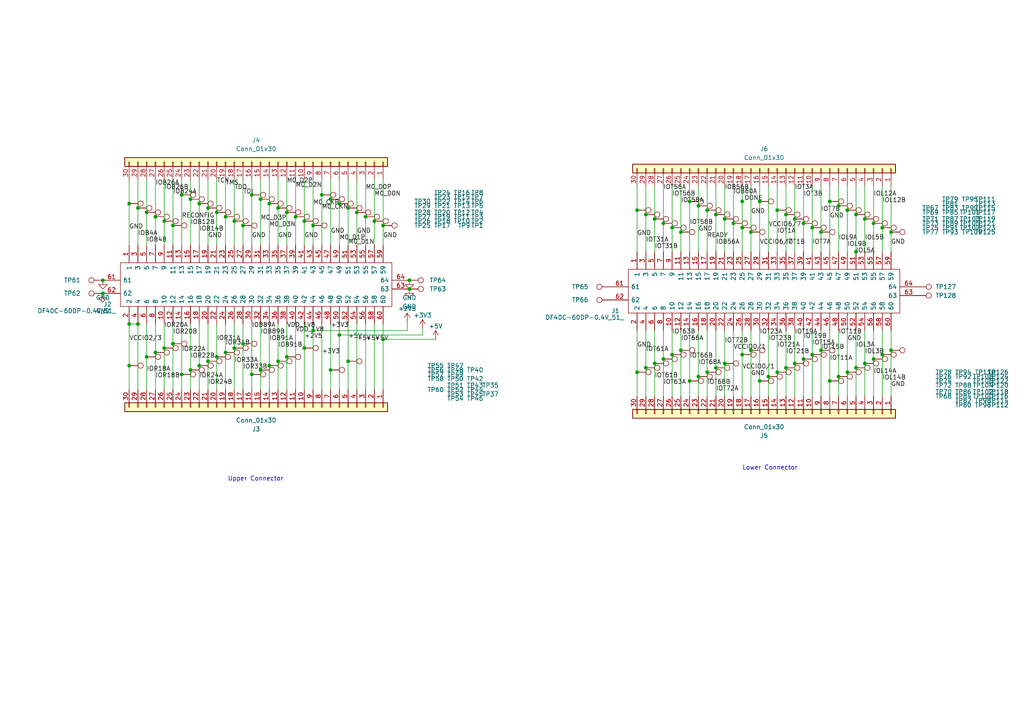
<source format=kicad_sch>
(kicad_sch (version 20230121) (generator eeschema)
  (paper "A4")
  (junction (at 37.465 106.045))
  (junction (at 98.425 59.055))
  (junction (at 73.025 108.585))
  (junction (at 42.545 103.505))
  (junction (at 67.945 100.965))
  (junction (at 70.485 99.695))
  (junction (at 250.825 63.5))
  (junction (at 78.105 59.055))
  (junction (at 192.405 104.14))
  (junction (at 65.405 102.235))
  (junction (at 57.785 106.045))
  (junction (at 230.505 105.41))
  (junction (at 255.905 102.87))
  (junction (at 37.465 59.055))
  (junction (at 227.965 62.23))
  (junction (at 95.885 107.315))
  (junction (at 220.345 110.49))
  (junction (at 240.665 110.49))
  (junction (at 192.405 64.77))
  (junction (at 42.545 61.595))
  (junction (at 189.865 63.5))
  (junction (at 80.645 104.775))
  (junction (at 210.185 105.41))
  (junction (at 233.045 64.77))
  (junction (at 197.485 67.31))
  (junction (at 62.865 61.595))
  (junction (at 248.285 73.025))
  (junction (at 108.585 64.135))
  (junction (at 50.165 65.405))
  (junction (at 78.105 106.045))
  (junction (at 57.785 59.055))
  (junction (at 197.485 101.6))
  (junction (at 75.565 57.785))
  (junction (at 106.045 62.865))
  (junction (at 50.165 99.695))
  (junction (at 55.245 57.785))
  (junction (at 215.265 66.04))
  (junction (at 222.885 109.22))
  (junction (at 93.345 56.515))
  (junction (at 73.025 56.515))
  (junction (at 205.105 60.96))
  (junction (at 67.945 64.135))
  (junction (at 194.945 66.04))
  (junction (at 245.745 107.95))
  (junction (at 217.805 101.6))
  (junction (at 227.965 106.68))
  (junction (at 184.785 107.95))
  (junction (at 85.725 62.865))
  (junction (at 29.845 85.09))
  (junction (at 52.705 108.585))
  (junction (at 210.185 63.5))
  (junction (at 230.505 63.5))
  (junction (at 60.325 104.775))
  (junction (at 243.205 59.69))
  (junction (at 70.485 65.405))
  (junction (at 207.645 106.68))
  (junction (at 29.845 81.28))
  (junction (at 189.865 105.41))
  (junction (at 100.965 104.775))
  (junction (at 45.085 102.235))
  (junction (at 187.325 62.23))
  (junction (at 245.745 60.96))
  (junction (at 47.625 100.965))
  (junction (at 212.725 64.77))
  (junction (at 90.805 65.405))
  (junction (at 88.265 100.965))
  (junction (at 240.665 58.42))
  (junction (at 200.025 110.49))
  (junction (at 238.125 67.31))
  (junction (at 111.125 65.405))
  (junction (at 95.885 57.785))
  (junction (at 217.805 67.31))
  (junction (at 98.425 97.155))
  (junction (at 194.945 102.87))
  (junction (at 37.465 93.98))
  (junction (at 258.445 67.31))
  (junction (at 83.185 103.505))
  (junction (at 248.285 106.68))
  (junction (at 225.425 107.95))
  (junction (at 225.425 60.96))
  (junction (at 215.265 102.87))
  (junction (at 45.085 62.865))
  (junction (at 235.585 66.04))
  (junction (at 253.365 64.77))
  (junction (at 200.025 58.42))
  (junction (at 258.445 101.6))
  (junction (at 100.965 60.325))
  (junction (at 248.285 62.23))
  (junction (at 255.905 66.04))
  (junction (at 207.645 62.23))
  (junction (at 103.505 61.595))
  (junction (at 52.705 56.515))
  (junction (at 220.345 58.42))
  (junction (at 238.125 101.6))
  (junction (at 90.805 95.885))
  (junction (at 235.585 102.87))
  (junction (at 184.785 60.96))
  (junction (at 187.325 106.68))
  (junction (at 233.045 104.14))
  (junction (at 47.625 64.135))
  (junction (at 40.005 93.98))
  (junction (at 62.865 103.505))
  (junction (at 65.405 62.865))
  (junction (at 205.105 107.95))
  (junction (at 80.645 60.325))
  (junction (at 60.325 60.325))
  (junction (at 83.185 61.595))
  (junction (at 55.245 107.315))
  (junction (at 243.205 109.22))
  (junction (at 75.565 107.315))
  (junction (at 118.745 81.28))
  (junction (at 250.825 105.41))
  (junction (at 215.265 58.42))
  (junction (at 202.565 109.22))
  (junction (at 40.005 60.325))
  (junction (at 88.265 64.135))
  (junction (at 253.365 104.14))
  (junction (at 202.565 59.69))
  (junction (at 118.745 83.82))
  (junction (at 111.125 98.425))
  (wire (pts (xy 100.965 60.325) (xy 100.965 71.12)))
  (wire (pts (xy 88.265 52.07) (xy 88.265 64.135)))
  (wire (pts (xy 62.865 71.12) (xy 62.865 61.595)))
  (wire (pts (xy 55.245 113.03) (xy 55.245 107.315)))
  (wire (pts (xy 65.405 52.07) (xy 65.405 62.865)))
  (wire (pts (xy 194.945 114.935) (xy 194.945 102.87)))
  (wire (pts (xy 83.185 93.98) (xy 83.185 103.505)))
  (wire (pts (xy 98.425 97.155) (xy 98.425 113.03)))
  (wire (pts (xy 118.11 95.885) (xy 118.11 93.345)))
  (wire (pts (xy 47.625 113.03) (xy 47.625 100.965)))
  (wire (pts (xy 83.185 113.03) (xy 83.185 103.505)))
  (wire (pts (xy 227.965 95.885) (xy 227.965 106.68)))
  (wire (pts (xy 243.205 95.885) (xy 243.205 109.22)))
  (wire (pts (xy 189.865 73.025) (xy 189.865 63.5)))
  (wire (pts (xy 98.425 52.07) (xy 98.425 59.055)))
  (wire (pts (xy 245.745 53.975) (xy 245.745 60.96)))
  (wire (pts (xy 230.505 114.935) (xy 230.505 105.41)))
  (wire (pts (xy 255.905 53.975) (xy 255.905 66.04)))
  (wire (pts (xy 235.585 53.975) (xy 235.585 66.04)))
  (wire (pts (xy 65.405 93.98) (xy 65.405 102.235)))
  (wire (pts (xy 222.885 114.935) (xy 222.885 109.22)))
  (wire (pts (xy 187.325 95.885) (xy 187.325 106.68)))
  (wire (pts (xy 90.805 52.07) (xy 90.805 65.405)))
  (wire (pts (xy 60.325 52.07) (xy 60.325 60.325)))
  (wire (pts (xy 103.505 52.07) (xy 103.505 61.595)))
  (wire (pts (xy 200.025 53.975) (xy 200.025 58.42)))
  (wire (pts (xy 194.945 73.025) (xy 194.945 66.04)))
  (wire (pts (xy 60.325 60.325) (xy 60.325 71.12)))
  (wire (pts (xy 75.565 52.07) (xy 75.565 57.785)))
  (wire (pts (xy 95.885 113.03) (xy 95.885 107.315)))
  (wire (pts (xy 67.945 113.03) (xy 67.945 100.965)))
  (wire (pts (xy 200.025 114.935) (xy 200.025 110.49)))
  (wire (pts (xy 42.545 52.07) (xy 42.545 61.595)))
  (wire (pts (xy 55.245 52.07) (xy 55.245 57.785)))
  (wire (pts (xy 197.485 73.025) (xy 197.485 67.31)))
  (wire (pts (xy 88.265 64.135) (xy 88.265 71.12)))
  (wire (pts (xy 225.425 53.975) (xy 225.425 60.96)))
  (wire (pts (xy 253.365 53.975) (xy 253.365 64.77)))
  (wire (pts (xy 83.185 52.07) (xy 83.185 61.595)))
  (wire (pts (xy 235.585 95.885) (xy 235.585 102.87)))
  (wire (pts (xy 220.345 53.975) (xy 220.345 58.42)))
  (wire (pts (xy 93.345 93.98) (xy 93.345 113.03)))
  (wire (pts (xy 220.345 58.42) (xy 220.345 73.025)))
  (wire (pts (xy 45.085 71.12) (xy 45.085 62.865)))
  (wire (pts (xy 85.725 52.07) (xy 85.725 62.865)))
  (wire (pts (xy 42.545 93.98) (xy 42.545 103.505)))
  (wire (pts (xy 57.785 52.07) (xy 57.785 59.055)))
  (wire (pts (xy 245.745 95.885) (xy 245.745 107.95)))
  (wire (pts (xy 187.325 53.975) (xy 187.325 62.23)))
  (wire (pts (xy 93.345 52.07) (xy 93.345 56.515)))
  (wire (pts (xy 106.045 93.98) (xy 106.045 113.03)))
  (wire (pts (xy 60.325 113.03) (xy 60.325 104.775)))
  (wire (pts (xy 78.105 113.03) (xy 78.105 106.045)))
  (wire (pts (xy 55.245 93.98) (xy 55.245 107.315)))
  (wire (pts (xy 40.005 93.98) (xy 40.005 113.03)))
  (wire (pts (xy 73.025 113.03) (xy 73.025 108.585)))
  (wire (pts (xy 194.945 95.885) (xy 194.945 102.87)))
  (wire (pts (xy 184.785 114.935) (xy 184.785 107.95)))
  (wire (pts (xy 238.125 73.025) (xy 238.125 67.31)))
  (wire (pts (xy 50.165 52.07) (xy 50.165 65.405)))
  (wire (pts (xy 210.185 95.885) (xy 210.185 105.41)))
  (wire (pts (xy 90.805 71.12) (xy 90.805 65.405)))
  (wire (pts (xy 189.865 114.935) (xy 189.865 105.41)))
  (wire (pts (xy 85.725 93.98) (xy 85.725 113.03)))
  (wire (pts (xy 37.465 93.98) (xy 40.005 93.98)))
  (wire (pts (xy 93.345 56.515) (xy 93.345 71.12)))
  (wire (pts (xy 192.405 73.025) (xy 192.405 64.77)))
  (wire (pts (xy 108.585 93.98) (xy 108.585 113.03)))
  (wire (pts (xy 235.585 66.04) (xy 235.585 73.025)))
  (wire (pts (xy 215.265 73.025) (xy 215.265 66.04)))
  (wire (pts (xy 80.645 113.03) (xy 80.645 104.775)))
  (wire (pts (xy 187.325 62.23) (xy 187.325 73.025)))
  (wire (pts (xy 98.425 93.98) (xy 98.425 97.155)))
  (wire (pts (xy 78.105 93.98) (xy 78.105 106.045)))
  (wire (pts (xy 106.045 52.07) (xy 106.045 62.865)))
  (wire (pts (xy 250.825 114.935) (xy 250.825 105.41)))
  (wire (pts (xy 217.805 73.025) (xy 217.805 67.31)))
  (wire (pts (xy 65.405 71.12) (xy 65.405 62.865)))
  (wire (pts (xy 240.665 114.935) (xy 240.665 110.49)))
  (wire (pts (xy 57.785 93.98) (xy 57.785 106.045)))
  (wire (pts (xy 37.465 59.055) (xy 37.465 71.12)))
  (wire (pts (xy 47.625 93.98) (xy 47.625 100.965)))
  (wire (pts (xy 250.825 95.885) (xy 250.825 105.41)))
  (wire (pts (xy 245.745 60.96) (xy 245.745 73.025)))
  (wire (pts (xy 55.245 57.785) (xy 55.245 71.12)))
  (wire (pts (xy 217.805 114.935) (xy 217.805 101.6)))
  (wire (pts (xy 248.285 62.23) (xy 248.285 73.025)))
  (wire (pts (xy 62.865 113.03) (xy 62.865 103.505)))
  (wire (pts (xy 45.085 113.03) (xy 45.085 102.235)))
  (wire (pts (xy 253.365 95.885) (xy 253.365 104.14)))
  (wire (pts (xy 243.205 73.025) (xy 243.205 59.69)))
  (wire (pts (xy 207.645 62.23) (xy 207.645 73.025)))
  (wire (pts (xy 253.365 104.14) (xy 253.365 114.935)))
  (wire (pts (xy 220.345 95.885) (xy 220.345 110.49)))
  (wire (pts (xy 255.905 95.885) (xy 255.905 102.87)))
  (wire (pts (xy 70.485 93.98) (xy 70.485 99.695)))
  (wire (pts (xy 243.205 53.975) (xy 243.205 59.69)))
  (wire (pts (xy 238.125 95.885) (xy 238.125 101.6)))
  (wire (pts (xy 98.425 97.155) (xy 122.555 97.155)))
  (wire (pts (xy 70.485 71.12) (xy 70.485 65.405)))
  (wire (pts (xy 57.785 113.03) (xy 57.785 106.045)))
  (wire (pts (xy 235.585 114.935) (xy 235.585 102.87)))
  (wire (pts (xy 90.805 93.98) (xy 90.805 95.885)))
  (wire (pts (xy 202.565 53.975) (xy 202.565 59.69)))
  (wire (pts (xy 253.365 73.025) (xy 253.365 64.77)))
  (wire (pts (xy 258.445 67.31) (xy 258.445 73.025)))
  (wire (pts (xy 83.185 71.12) (xy 83.185 61.595)))
  (wire (pts (xy 62.865 52.07) (xy 62.865 61.595)))
  (wire (pts (xy 67.945 52.07) (xy 67.945 64.135)))
  (wire (pts (xy 95.885 52.07) (xy 95.885 57.785)))
  (wire (pts (xy 111.125 93.98) (xy 111.125 98.425)))
  (wire (pts (xy 197.485 114.935) (xy 197.485 101.6)))
  (wire (pts (xy 217.805 95.885) (xy 217.805 101.6)))
  (wire (pts (xy 200.025 58.42) (xy 200.025 73.025)))
  (wire (pts (xy 233.045 95.885) (xy 233.045 104.14)))
  (wire (pts (xy 103.505 93.98) (xy 103.505 113.03)))
  (wire (pts (xy 88.265 113.03) (xy 88.265 100.965)))
  (wire (pts (xy 192.405 114.935) (xy 192.405 104.14)))
  (wire (pts (xy 189.865 53.975) (xy 189.865 63.5)))
  (wire (pts (xy 202.565 114.935) (xy 202.565 109.22)))
  (wire (pts (xy 95.885 71.12) (xy 95.885 57.785)))
  (wire (pts (xy 205.105 95.885) (xy 205.105 107.95)))
  (wire (pts (xy 215.265 53.975) (xy 215.265 58.42)))
  (wire (pts (xy 230.505 95.885) (xy 230.505 105.41)))
  (wire (pts (xy 47.625 71.12) (xy 47.625 64.135)))
  (wire (pts (xy 37.465 93.98) (xy 37.465 106.045)))
  (wire (pts (xy 212.725 73.025) (xy 212.725 64.77)))
  (wire (pts (xy 67.945 71.12) (xy 67.945 64.135)))
  (wire (pts (xy 202.565 95.885) (xy 202.565 109.22)))
  (wire (pts (xy 210.185 73.025) (xy 210.185 63.5)))
  (wire (pts (xy 57.785 59.055) (xy 57.785 71.12)))
  (wire (pts (xy 205.105 53.975) (xy 205.105 60.96)))
  (wire (pts (xy 227.965 62.23) (xy 227.965 73.025)))
  (wire (pts (xy 240.665 53.975) (xy 240.665 58.42)))
  (wire (pts (xy 75.565 57.785) (xy 75.565 71.12)))
  (wire (pts (xy 192.405 95.885) (xy 192.405 104.14)))
  (wire (pts (xy 243.205 114.935) (xy 243.205 109.22)))
  (wire (pts (xy 230.505 73.025) (xy 230.505 63.5)))
  (wire (pts (xy 45.085 93.98) (xy 45.085 102.235)))
  (wire (pts (xy 52.705 52.07) (xy 52.705 56.515)))
  (wire (pts (xy 200.025 95.885) (xy 200.025 110.49)))
  (wire (pts (xy 255.905 73.025) (xy 255.905 66.04)))
  (wire (pts (xy 70.485 113.03) (xy 70.485 99.695)))
  (wire (pts (xy 248.285 53.975) (xy 248.285 62.23)))
  (wire (pts (xy 108.585 71.12) (xy 108.585 64.135)))
  (wire (pts (xy 250.825 53.975) (xy 250.825 63.5)))
  (wire (pts (xy 98.425 59.055) (xy 98.425 71.12)))
  (wire (pts (xy 225.425 60.96) (xy 225.425 73.025)))
  (wire (pts (xy 184.785 60.96) (xy 184.785 73.025)))
  (wire (pts (xy 100.965 93.98) (xy 100.965 104.775)))
  (wire (pts (xy 205.105 114.935) (xy 205.105 107.95)))
  (wire (pts (xy 197.485 95.885) (xy 197.485 101.6)))
  (wire (pts (xy 230.505 53.975) (xy 230.505 63.5)))
  (wire (pts (xy 50.165 71.12) (xy 50.165 65.405)))
  (wire (pts (xy 111.125 98.425) (xy 126.365 98.425)))
  (wire (pts (xy 215.265 95.885) (xy 215.265 102.87)))
  (wire (pts (xy 67.945 93.98) (xy 67.945 100.965)))
  (wire (pts (xy 42.545 113.03) (xy 42.545 103.505)))
  (wire (pts (xy 212.725 95.885) (xy 212.725 114.935)))
  (wire (pts (xy 207.645 53.975) (xy 207.645 62.23)))
  (wire (pts (xy 210.185 114.935) (xy 210.185 105.41)))
  (wire (pts (xy 215.265 58.42) (xy 215.265 66.04)))
  (wire (pts (xy 80.645 52.07) (xy 80.645 60.325)))
  (wire (pts (xy 78.105 59.055) (xy 78.105 71.12)))
  (wire (pts (xy 227.965 53.975) (xy 227.965 62.23)))
  (wire (pts (xy 90.805 95.885) (xy 118.11 95.885)))
  (wire (pts (xy 100.965 52.07) (xy 100.965 60.325)))
  (wire (pts (xy 90.805 95.885) (xy 90.805 113.03)))
  (wire (pts (xy 248.285 95.885) (xy 248.285 106.68)))
  (wire (pts (xy 37.465 113.03) (xy 37.465 106.045)))
  (wire (pts (xy 233.045 114.935) (xy 233.045 104.14)))
  (wire (pts (xy 238.125 114.935) (xy 238.125 101.6)))
  (wire (pts (xy 184.785 53.975) (xy 184.785 60.96)))
  (wire (pts (xy 258.445 95.885) (xy 258.445 101.6)))
  (wire (pts (xy 233.045 73.025) (xy 233.045 64.77)))
  (wire (pts (xy 95.885 93.98) (xy 95.885 107.315)))
  (wire (pts (xy 250.825 73.025) (xy 250.825 63.5)))
  (wire (pts (xy 227.965 114.935) (xy 227.965 106.68)))
  (wire (pts (xy 222.885 95.885) (xy 222.885 109.22)))
  (wire (pts (xy 45.085 52.07) (xy 45.085 62.865)))
  (wire (pts (xy 215.9 58.42) (xy 215.265 58.42)))
  (wire (pts (xy 108.585 52.07) (xy 108.585 64.135)))
  (wire (pts (xy 207.645 114.935) (xy 207.645 106.68)))
  (wire (pts (xy 184.785 95.885) (xy 184.785 107.95)))
  (wire (pts (xy 73.025 56.515) (xy 73.025 71.12)))
  (wire (pts (xy 225.425 95.885) (xy 225.425 107.95)))
  (wire (pts (xy 65.405 113.03) (xy 65.405 102.235)))
  (wire (pts (xy 88.265 93.98) (xy 88.265 100.965)))
  (wire (pts (xy 111.125 98.425) (xy 111.125 113.03)))
  (wire (pts (xy 205.105 60.96) (xy 205.105 73.025)))
  (wire (pts (xy 215.265 114.935) (xy 215.265 102.87)))
  (wire (pts (xy 40.005 60.325) (xy 40.005 71.12)))
  (wire (pts (xy 50.165 113.03) (xy 50.165 99.695)))
  (wire (pts (xy 52.705 56.515) (xy 52.705 71.12)))
  (wire (pts (xy 73.025 52.07) (xy 73.025 56.515)))
  (wire (pts (xy 80.645 60.325) (xy 80.645 71.12)))
  (wire (pts (xy 245.745 114.935) (xy 245.745 107.95)))
  (wire (pts (xy 100.965 113.03) (xy 100.965 104.775)))
  (wire (pts (xy 207.645 95.885) (xy 207.645 106.68)))
  (wire (pts (xy 189.865 95.885) (xy 189.865 105.41)))
  (wire (pts (xy 255.905 102.87) (xy 255.905 114.935)))
  (wire (pts (xy 222.885 53.975) (xy 222.885 73.025)))
  (wire (pts (xy 40.005 52.07) (xy 40.005 60.325)))
  (wire (pts (xy 111.125 65.405) (xy 111.125 71.12)))
  (wire (pts (xy 103.505 71.12) (xy 103.505 61.595)))
  (wire (pts (xy 240.665 58.42) (xy 240.665 73.025)))
  (wire (pts (xy 217.805 53.975) (xy 217.805 67.31)))
  (wire (pts (xy 60.325 93.98) (xy 60.325 104.775)))
  (wire (pts (xy 37.465 52.07) (xy 37.465 59.055)))
  (wire (pts (xy 47.625 52.07) (xy 47.625 64.135)))
  (wire (pts (xy 75.565 113.03) (xy 75.565 107.315)))
  (wire (pts (xy 220.345 114.935) (xy 220.345 110.49)))
  (wire (pts (xy 258.445 53.975) (xy 258.445 67.31)))
  (wire (pts (xy 233.045 53.975) (xy 233.045 64.77)))
  (wire (pts (xy 75.565 93.98) (xy 75.565 107.315)))
  (wire (pts (xy 258.445 114.935) (xy 258.445 101.6)))
  (wire (pts (xy 111.125 52.07) (xy 111.125 65.405)))
  (wire (pts (xy 78.105 52.07) (xy 78.105 59.055)))
  (wire (pts (xy 42.545 71.12) (xy 42.545 61.595)))
  (wire (pts (xy 70.485 52.07) (xy 70.485 65.405)))
  (wire (pts (xy 238.125 53.975) (xy 238.125 67.31)))
  (wire (pts (xy 106.045 71.12) (xy 106.045 62.865)))
  (wire (pts (xy 62.865 93.98) (xy 62.865 103.505)))
  (wire (pts (xy 52.705 113.03) (xy 52.705 108.585)))
  (wire (pts (xy 50.165 93.98) (xy 50.165 99.695)))
  (wire (pts (xy 212.725 53.975) (xy 212.725 64.77)))
  (wire (pts (xy 194.945 53.975) (xy 194.945 66.04)))
  (wire (pts (xy 187.325 114.935) (xy 187.325 106.68)))
  (wire (pts (xy 85.725 71.12) (xy 85.725 62.865)))
  (wire (pts (xy 192.405 53.975) (xy 192.405 64.77)))
  (wire (pts (xy 80.645 93.98) (xy 80.645 104.775)))
  (wire (pts (xy 197.485 53.975) (xy 197.485 67.31)))
  (wire (pts (xy 225.425 114.935) (xy 225.425 107.95)))
  (wire (pts (xy 122.555 97.155) (xy 122.555 95.25)))
  (wire (pts (xy 210.185 53.975) (xy 210.185 63.5)))
  (wire (pts (xy 52.705 93.98) (xy 52.705 108.585)))
  (wire (pts (xy 202.565 59.69) (xy 202.565 73.025)))
  (wire (pts (xy 248.285 73.66) (xy 248.285 73.025)))
  (wire (pts (xy 240.665 95.885) (xy 240.665 110.49)))
  (wire (pts (xy 248.285 114.935) (xy 248.285 106.68)))
  (wire (pts (xy 73.025 93.98) (xy 73.025 108.585)))
  (text "Lower Connector" (at 215.265 136.525 0) (effects (font (size 1.27 1.27)) (justify left bottom)))
  (text "Upper Connector" (at 66.04 139.7 0) (effects (font (size 1.27 1.27)) (justify left bottom)))
  (label "IOR20B" (at 50.165 97.155 0))
  (label "IOT1A" (at 225.425 67.945 0))
  (label "VCCIO0{slash}1" (at 212.725 101.6 0))
  (label "IOT63A" (at 192.405 111.76 0))
  (label "IOT63B" (at 194.945 97.155 0))
  (label "IOB89A" (at 73.025 95.25 0))
  (label "IOL3B" (at 250.825 102.87 0))
  (label "IOR24B" (at 60.325 111.76 0))
  (label "IOT31A" (at 187.325 70.485 0))
  (label "READY" (at 205.105 69.215 0))
  (label "IOT31B" (at 189.865 72.39 0))
  (label "GND" (at 103.505 67.945 0))
  (label "+3V3" (at 93.345 102.87 0))
  (label "GND" (at 217.805 62.23 0))
  (label "IOL9A" (at 243.205 69.85 0))
  (label "IOT58B" (at 200.025 65.405 0))
  (label "IOB26B" (at 47.625 55.245 0))
  (label "IOT3B" (at 233.045 57.15 0))
  (label "IOT56A" (at 192.405 55.245 0))
  (label "GND" (at 258.445 71.12 0))
  (label "IOR33A" (at 67.945 105.41 0))
  (label "GND" (at 73.025 69.215 0))
  (label "M0_D2P" (at 83.185 53.34 0))
  (label "IOB91A" (at 78.105 99.06 0))
  (label "IOT61A" (at 187.325 102.235 0))
  (label "IOL14B" (at 255.905 110.49 0))
  (label "TMS" (at 65.405 53.975 0))
  (label "IOR22B" (at 55.245 104.14 0))
  (label "IOT68A" (at 202.565 106.045 0))
  (label "GND" (at 245.745 99.06 0))
  (label "+3V3" (at 95.885 95.25 0))
  (label "IOR18A" (at 42.545 107.95 0))
  (label "TCK" (at 62.865 53.34 0))
  (label "TDO" (at 67.945 55.245 0))
  (label "IOT1B" (at 227.965 71.12 0))
  (label "IOT61B" (at 189.865 109.855 0))
  (label "IOR31A" (at 62.865 99.06 0))
  (label "IOT72A" (at 207.645 113.665 0))
  (label "IOB91B" (at 80.645 100.965 0))
  (label "GND" (at 95.885 67.945 0))
  (label "IOT11B" (at 243.205 97.155 0))
  (label "M0_CKP" (at 90.805 59.69 0))
  (label "IOT11A" (at 240.665 104.775 0))
  (label "IOT7A" (at 235.585 71.12 0))
  (label "GND" (at 258.445 112.395 0))
  (label "VCCIO2{slash}3" (at 37.465 99.06 0))
  (label "GND" (at 111.125 69.215 0))
  (label "IOR24A" (at 57.785 109.855 0))
  (label "IOL5B" (at 250.825 69.85 0))
  (label "GND" (at 37.465 66.675 0))
  (label "VDD_1V8" (at 83.185 95.25 0))
  (label "RECONFIG" (at 52.705 63.5 0))
  (label "IOT15A" (at 235.585 100.33 0))
  (label "IOB4A" (at 40.005 68.58 0))
  (label "IOT3A" (at 230.505 55.245 0))
  (label "+5V" (at 106.045 99.06 0))
  (label "IOT23B" (at 222.885 99.06 0))
  (label "VCCIO6{slash}7" (at 220.345 71.12 0))
  (label "IOB24A" (at 50.165 56.515 0))
  (label "IOT21B" (at 227.965 102.87 0))
  (label "IOT15B" (at 238.125 101.6 0))
  (label "M0_D0N" (at 108.585 57.15 0))
  (label "GND" (at 80.645 69.215 0))
  (label "GND" (at 217.805 109.22 0))
  (label "M0_D3P" (at 75.565 64.135 0))
  (label "IOT23A" (at 220.345 97.155 0))
  (label "IOT66A" (at 197.485 99.06 0))
  (label "IOT66B" (at 200.025 104.14 0))
  (label "IOB4B" (at 42.545 70.485 0))
  (label "IOR31B" (at 65.405 100.33 0))
  (label "IOL5A" (at 248.285 73.66 0))
  (label "M0_D1P" (at 98.425 69.85 0))
  (label "IOT19A" (at 230.505 97.155 0))
  (label "IOL14A" (at 253.365 108.585 0))
  (label "GND" (at 60.325 69.215 0))
  (label "IOB60A" (at 212.725 56.515 0))
  (label "IOT68B" (at 205.105 111.76 0))
  (label "+2V5" (at 88.265 98.425 0))
  (label "IOR33B" (at 70.485 107.315 0))
  (label "IOB56B" (at 210.185 55.245 0))
  (label "M0_D1N" (at 100.965 71.12 0))
  (label "GND" (at 184.785 68.58 0))
  (label "IOT21A" (at 225.425 100.965 0))
  (label "M0_D3N" (at 78.105 66.04 0))
  (label "+5V" (at 100.965 98.425 0))
  (label "TDI" (at 70.485 56.515 0))
  (label "IOR18B" (at 45.085 109.855 0))
  (label "GND" (at 184.785 100.965 0))
  (label "IOB14B" (at 57.785 67.31 0))
  (label "VCCIO0{slash}1" (at 215.265 107.315 0))
  (label "M0_D2N" (at 85.725 54.61 0))
  (label "VCCIO6{slash}7" (at 222.885 66.04 0))
  (label "VDD_1V8" (at 85.725 96.52 0))
  (label "IOT7B" (at 238.125 61.595 0))
  (label "M0_CKN" (at 93.345 60.96 0))
  (label "+5V" (at 108.585 99.06 0))
  (label "IOL12A" (at 253.365 57.15 0))
  (label "IOB12B" (at 55.245 65.405 0))
  (label "IOL3A" (at 248.285 100.965 0))
  (label "IOT19B" (at 233.045 98.425 0))
  (label "+5V" (at 103.505 99.06 0))
  (label "IOT56B" (at 194.945 57.15 0))
  (label "IOT58A" (at 197.485 59.055 0))
  (label "IOB56A" (at 207.645 71.12 0))
  (label "IOB26A" (at 45.085 53.975 0))
  (label "IOL12B" (at 255.905 59.055 0))
  (label "GND" (at 202.565 67.31 0))
  (label "DONE" (at 215.9 58.42 0))
  (label "IOL9B" (at 245.745 71.755 0))
  (label "IOR22A" (at 52.705 102.235 0))
  (label "IOT72B" (at 210.185 99.695 0))
  (label "IOB89B" (at 75.565 97.155 0))
  (label "IOR20A" (at 47.625 95.25 0))
  (label "M0_D0P" (at 106.045 55.245 0))
  (label "GND" (at 240.665 63.5 0))
  (label "GND" (at 88.265 69.215 0))
  (symbol (lib_id "Connector:TestPoint") (at 60.325 104.775 270) (mirror x) (unit 1)
    (property "Reference" "TP51" (at 132.08 111.76 90))
    (property "Value" "TestPoint" (effects hide))
    (property "Footprint" "TestPoint:TestPoint_Pad_1.5x1.5mm" (effects hide))
  )
  (symbol (lib_id "Connector:TestPoint") (at 103.505 61.595 270) (unit 1)
    (property "Reference" "TP4" (at 138.43 61.595 90))
    (property "Value" "TestPoint" (effects hide))
    (property "Footprint" "TestPoint:TestPoint_THTPad_1.5x1.5mm_Drill0.7mm" (effects hide))
  )
  (symbol (lib_id "Connector:TestPoint") (at 42.545 103.505 270) (mirror x) (unit 1)
    (property "Reference" "TP58" (at 126.365 109.855 90))
    (property "Value" "TestPoint" (effects hide))
    (property "Footprint" "TestPoint:TestPoint_Pad_1.5x1.5mm" (effects hide))
  )
  (symbol (lib_id "Connector:TestPoint") (at 88.265 100.965 270) (mirror x) (unit 1)
    (property "Reference" "TP40" (at 137.795 107.315 90))
    (property "Value" "TestPoint" (effects hide))
    (property "Footprint" "TestPoint:TestPoint_Pad_1.5x1.5mm" (effects hide))
  )
  (symbol (lib_id "Connector:TestPoint") (at 177.165 83.185 90) (unit 1)
    (property "Reference" "TP65" (at 168.275 83.185 90))
    (property "Value" "TestPoint" (effects hide))
    (property "Footprint" "TestPoint:TestPoint_Pad_1.5x1.5mm" (effects hide))
  )
  (symbol (lib_id "Connector:TestPoint") (at 245.745 60.96 270) (unit 1)
    (property "Reference" "TP115" (at 285.75 60.325 90))
    (property "Value" "TestPoint" (effects hide))
    (property "Footprint" "TestPoint:TestPoint_Pad_1.5x1.5mm" (effects hide))
  )
  (symbol (lib_id "Connector:TestPoint") (at 50.165 99.695 270) (mirror x) (unit 1)
    (property "Reference" "TP55" (at 126.365 106.045 90))
    (property "Value" "TestPoint" (effects hide))
    (property "Footprint" "TestPoint:TestPoint_Pad_1.5x1.5mm" (effects hide))
  )
  (symbol (lib_id "Connector:TestPoint") (at 248.285 106.68 270) (mirror x) (unit 1)
    (property "Reference" "TP118" (at 289.56 113.665 90))
    (property "Value" "TestPoint" (effects hide))
    (property "Footprint" "TestPoint:TestPoint_Pad_1.5x1.5mm" (effects hide))
  )
  (symbol (lib_id "Connector:TestPoint") (at 220.345 110.49 270) (mirror x) (unit 1)
    (property "Reference" "TP96" (at 285.115 117.475 90))
    (property "Value" "TestPoint" (effects hide))
    (property "Footprint" "TestPoint:TestPoint_Pad_1.5x1.5mm" (effects hide))
  )
  (symbol (lib_id "Connector:TestPoint") (at 90.805 65.405 270) (unit 1)
    (property "Reference" "TP9" (at 134.62 65.405 90))
    (property "Value" "TestPoint" (effects hide))
    (property "Footprint" "TestPoint:TestPoint_THTPad_1.5x1.5mm_Drill0.7mm" (effects hide))
  )
  (symbol (lib_id "Connector:TestPoint") (at 192.405 64.77 270) (unit 1)
    (property "Reference" "TP73" (at 269.875 64.77 90))
    (property "Value" "TestPoint" (effects hide))
    (property "Footprint" "TestPoint:TestPoint_Pad_1.5x1.5mm" (effects hide))
  )
  (symbol (lib_id "Connector:TestPoint") (at 73.025 56.515 270) (unit 1)
    (property "Reference" "TP16" (at 133.985 55.88 90))
    (property "Value" "TestPoint" (effects hide))
    (property "Footprint" "TestPoint:TestPoint_THTPad_1.5x1.5mm_Drill0.7mm" (effects hide))
  )
  (symbol (lib_id "Connector:TestPoint") (at 240.665 58.42 270) (unit 1)
    (property "Reference" "TP111" (at 285.75 57.785 90))
    (property "Value" "TestPoint" (effects hide))
    (property "Footprint" "TestPoint:TestPoint_Pad_1.5x1.5mm" (effects hide))
  )
  (symbol (lib_id "Connector:TestPoint") (at 55.245 107.315 270) (mirror x) (unit 1)
    (property "Reference" "TP53" (at 132.08 114.3 90))
    (property "Value" "TestPoint" (effects hide))
    (property "Footprint" "TestPoint:TestPoint_Pad_1.5x1.5mm" (effects hide))
  )
  (symbol (lib_id "Connector:TestPoint") (at 225.425 107.95 270) (mirror x) (unit 1)
    (property "Reference" "TP100" (at 285.115 114.935 90))
    (property "Value" "TestPoint" (effects hide))
    (property "Footprint" "TestPoint:TestPoint_Pad_1.5x1.5mm" (effects hide))
  )
  (symbol (lib_id "Connector:TestPoint") (at 233.045 64.77 270) (unit 1)
    (property "Reference" "TP105" (at 281.305 64.77 90))
    (property "Value" "TestPoint" (effects hide))
    (property "Footprint" "TestPoint:TestPoint_Pad_1.5x1.5mm" (effects hide))
  )
  (symbol (lib_id "Connector:TestPoint") (at 243.205 109.22 270) (mirror x) (unit 1)
    (property "Reference" "TP114" (at 289.56 116.205 90))
    (property "Value" "TestPoint" (effects hide))
    (property "Footprint" "TestPoint:TestPoint_Pad_1.5x1.5mm" (effects hide))
  )
  (symbol (lib_id "Connector:TestPoint") (at 47.625 100.965 270) (mirror x) (unit 1)
    (property "Reference" "TP56" (at 126.365 107.315 90))
    (property "Value" "TestPoint" (effects hide))
    (property "Footprint" "TestPoint:TestPoint_Pad_1.5x1.5mm" (effects hide))
  )
  (symbol (lib_id "Connector:TestPoint") (at 210.185 63.5 270) (unit 1)
    (property "Reference" "TP87" (at 275.59 63.5 90))
    (property "Value" "TestPoint" (effects hide))
    (property "Footprint" "TestPoint:TestPoint_Pad_1.5x1.5mm" (effects hide))
  )
  (symbol (lib_id "Connector:TestPoint") (at 220.345 58.42 270) (unit 1)
    (property "Reference" "TP95" (at 281.305 57.785 90))
    (property "Value" "TestPoint" (effects hide))
    (property "Footprint" "TestPoint:TestPoint_Pad_1.5x1.5mm" (effects hide))
  )
  (symbol (lib_id "Connector:TestPoint") (at 78.105 59.055 270) (unit 1)
    (property "Reference" "TP14" (at 133.985 58.42 90))
    (property "Value" "TestPoint" (effects hide))
    (property "Footprint" "TestPoint:TestPoint_THTPad_1.5x1.5mm_Drill0.7mm" (effects hide))
  )
  (symbol (lib_id "Connector:TestPoint") (at 100.965 104.775 270) (mirror x) (unit 1)
    (property "Reference" "TP35" (at 142.24 111.76 90))
    (property "Value" "TestPoint" (effects hide))
    (property "Footprint" "TestPoint:TestPoint_Pad_1.5x1.5mm" (effects hide))
  )
  (symbol (lib_id "Connector:TestPoint") (at 75.565 57.785 270) (unit 1)
    (property "Reference" "TP15" (at 133.985 57.15 90))
    (property "Value" "TestPoint" (effects hide))
    (property "Footprint" "TestPoint:TestPoint_THTPad_1.5x1.5mm_Drill0.7mm" (effects hide))
  )
  (symbol (lib_id "Connector:TestPoint") (at 75.565 107.315 270) (mirror x) (unit 1)
    (property "Reference" "TP45" (at 137.795 114.3 90))
    (property "Value" "TestPoint" (effects hide))
    (property "Footprint" "TestPoint:TestPoint_Pad_1.5x1.5mm" (effects hide))
  )
  (symbol (lib_id "samacsys:DF40C-60DP-0.4V_51_") (at 258.445 73.025 270) (unit 1)
    (property "Reference" "J1" (at 179.705 90.17 90) (effects (justify right)))
    (property "Value" "DF40C-60DP-0.4V_51_" (at 180.975 92.075 90) (effects (justify right)))
    (property "Footprint" "SamacSys_Parts:DF40C-60DP-0.4V_51_" (effects hide))
    (property "Datasheet" "https://datasheet.datasheetarchive.com/originals/distributors/Datasheets-DGA17/1059795.pdf" (effects hide))
    (property "Description" "HIROSE(HRS) - DF40C-60DP-0.4V(51) - CONNECTOR, STACKING, HEADER, 60POS, 2ROW" (effects hide))
    (property "Manufacturer_Name" "Hirose" (effects hide))
    (property "Manufacturer_Part_Number" "DF40C-60DP-0.4V(51)" (effects hide))
  )
  (symbol (lib_id "Connector:TestPoint") (at 187.325 106.68 270) (mirror x) (unit 1)
    (property "Reference" "TP70" (at 273.685 113.665 90))
    (property "Value" "TestPoint" (effects hide))
    (property "Footprint" "TestPoint:TestPoint_Pad_1.5x1.5mm" (effects hide))
  )
  (symbol (lib_id "Connector:TestPoint") (at 215.265 66.04 270) (unit 1)
    (property "Reference" "TP91" (at 275.59 66.04 90))
    (property "Value" "TestPoint" (effects hide))
    (property "Footprint" "TestPoint:TestPoint_Pad_1.5x1.5mm" (effects hide))
  )
  (symbol (lib_id "Connector:TestPoint") (at 189.865 105.41 270) (mirror x) (unit 1)
    (property "Reference" "TP72" (at 273.685 111.76 90))
    (property "Value" "TestPoint" (effects hide))
    (property "Footprint" "TestPoint:TestPoint_Pad_1.5x1.5mm" (effects hide))
  )
  (symbol (lib_id "Connector:TestPoint") (at 194.945 66.04 270) (unit 1)
    (property "Reference" "TP75" (at 269.875 66.04 90))
    (property "Value" "TestPoint" (effects hide))
    (property "Footprint" "TestPoint:TestPoint_Pad_1.5x1.5mm" (effects hide))
  )
  (symbol (lib_id "Connector:TestPoint") (at 65.405 62.865 270) (unit 1)
    (property "Reference" "TP19" (at 128.27 62.865 90))
    (property "Value" "TestPoint" (effects hide))
    (property "Footprint" "TestPoint:TestPoint_THTPad_1.5x1.5mm_Drill0.7mm" (effects hide))
  )
  (symbol (lib_id "Connector:TestPoint") (at 255.905 102.87 270) (mirror x) (unit 1)
    (property "Reference" "TP124" (at 289.56 109.22 90))
    (property "Value" "TestPoint" (effects hide))
    (property "Footprint" "TestPoint:TestPoint_Pad_1.5x1.5mm" (effects hide))
  )
  (symbol (lib_id "Connector:TestPoint") (at 55.245 57.785 270) (unit 1)
    (property "Reference" "TP23" (at 128.27 57.15 90))
    (property "Value" "TestPoint" (effects hide))
    (property "Footprint" "TestPoint:TestPoint_THTPad_1.5x1.5mm_Drill0.7mm" (effects hide))
  )
  (symbol (lib_id "Connector:TestPoint") (at 222.885 109.22 270) (mirror x) (unit 1)
    (property "Reference" "TP98" (at 285.115 116.205 90))
    (property "Value" "TestPoint" (effects hide))
    (property "Footprint" "TestPoint:TestPoint_Pad_1.5x1.5mm" (effects hide))
  )
  (symbol (lib_id "Connector:TestPoint") (at 243.205 59.69 270) (unit 1)
    (property "Reference" "TP113" (at 285.75 59.055 90))
    (property "Value" "TestPoint" (effects hide))
    (property "Footprint" "TestPoint:TestPoint_Pad_1.5x1.5mm" (effects hide))
  )
  (symbol (lib_id "Connector:TestPoint") (at 93.345 56.515 270) (unit 1)
    (property "Reference" "TP8" (at 138.43 55.88 90))
    (property "Value" "TestPoint" (effects hide))
    (property "Footprint" "TestPoint:TestPoint_THTPad_1.5x1.5mm_Drill0.7mm" (effects hide))
  )
  (symbol (lib_id "Connector:TestPoint") (at 177.165 86.995 90) (unit 1)
    (property "Reference" "TP66" (at 168.275 86.995 90))
    (property "Value" "TestPoint" (effects hide))
    (property "Footprint" "TestPoint:TestPoint_Pad_1.5x1.5mm" (effects hide))
  )
  (symbol (lib_id "Connector:TestPoint") (at 200.025 58.42 270) (unit 1)
    (property "Reference" "TP79" (at 275.59 57.785 90))
    (property "Value" "TestPoint" (effects hide))
    (property "Footprint" "TestPoint:TestPoint_Pad_1.5x1.5mm" (effects hide))
  )
  (symbol (lib_id "Connector:TestPoint") (at 192.405 104.14 270) (mirror x) (unit 1)
    (property "Reference" "TP74" (at 273.685 110.49 90))
    (property "Value" "TestPoint" (effects hide))
    (property "Footprint" "TestPoint:TestPoint_Pad_1.5x1.5mm" (effects hide))
  )
  (symbol (lib_id "power:+5V") (at 126.365 98.425 0) (unit 1)
    (property "Reference" "#PWR04" (effects hide))
    (property "Value" "+5V" (at 126.365 94.615 0))
  )
  (symbol (lib_id "Connector:TestPoint") (at 197.485 67.31 270) (unit 1)
    (property "Reference" "TP77" (at 269.875 67.31 90))
    (property "Value" "TestPoint" (effects hide))
    (property "Footprint" "TestPoint:TestPoint_Pad_1.5x1.5mm" (effects hide))
  )
  (symbol (lib_id "Connector:TestPoint") (at 207.645 106.68 270) (mirror x) (unit 1)
    (property "Reference" "TP86" (at 279.4 113.665 90))
    (property "Value" "TestPoint" (effects hide))
    (property "Footprint" "TestPoint:TestPoint_Pad_1.5x1.5mm" (effects hide))
  )
  (symbol (lib_id "Connector:TestPoint") (at 230.505 63.5 270) (unit 1)
    (property "Reference" "TP103" (at 281.305 63.5 90))
    (property "Value" "TestPoint" (effects hide))
    (property "Footprint" "TestPoint:TestPoint_Pad_1.5x1.5mm" (effects hide))
  )
  (symbol (lib_id "Connector:TestPoint") (at 108.585 64.135 270) (unit 1)
    (property "Reference" "TP2" (at 138.43 64.135 90))
    (property "Value" "TestPoint" (effects hide))
    (property "Footprint" "TestPoint:TestPoint_THTPad_1.5x1.5mm_Drill0.7mm" (effects hide))
  )
  (symbol (lib_id "Connector:TestPoint") (at 100.965 60.325 270) (unit 1)
    (property "Reference" "TP5" (at 138.43 59.69 90))
    (property "Value" "TestPoint" (effects hide))
    (property "Footprint" "TestPoint:TestPoint_THTPad_1.5x1.5mm_Drill0.7mm" (effects hide))
  )
  (symbol (lib_id "Connector:TestPoint") (at 60.325 60.325 270) (unit 1)
    (property "Reference" "TP21" (at 128.27 59.69 90))
    (property "Value" "TestPoint" (effects hide))
    (property "Footprint" "TestPoint:TestPoint_THTPad_1.5x1.5mm_Drill0.7mm" (effects hide))
  )
  (symbol (lib_id "Connector:TestPoint") (at 200.025 110.49 270) (mirror x) (unit 1)
    (property "Reference" "TP80" (at 279.4 117.475 90))
    (property "Value" "TestPoint" (effects hide))
    (property "Footprint" "TestPoint:TestPoint_Pad_1.5x1.5mm" (effects hide))
  )
  (symbol (lib_id "Connector:TestPoint") (at 233.045 104.14 270) (mirror x) (unit 1)
    (property "Reference" "TP106" (at 285.115 110.49 90))
    (property "Value" "TestPoint" (effects hide))
    (property "Footprint" "TestPoint:TestPoint_Pad_1.5x1.5mm" (effects hide))
  )
  (symbol (lib_id "Connector:TestPoint") (at 258.445 67.31 270) (unit 1)
    (property "Reference" "TP125" (at 285.75 67.31 90))
    (property "Value" "TestPoint" (effects hide))
    (property "Footprint" "TestPoint:TestPoint_Pad_1.5x1.5mm" (effects hide))
  )
  (symbol (lib_id "Connector:TestPoint") (at 245.745 107.95 270) (mirror x) (unit 1)
    (property "Reference" "TP116" (at 289.56 114.935 90))
    (property "Value" "TestPoint" (effects hide))
    (property "Footprint" "TestPoint:TestPoint_Pad_1.5x1.5mm" (effects hide))
  )
  (symbol (lib_id "Connector:TestPoint") (at 253.365 64.77 270) (unit 1)
    (property "Reference" "TP121" (at 285.75 64.77 90))
    (property "Value" "TestPoint" (effects hide))
    (property "Footprint" "TestPoint:TestPoint_Pad_1.5x1.5mm" (effects hide))
  )
  (symbol (lib_id "Connector:TestPoint") (at 73.025 108.585 270) (mirror x) (unit 1)
    (property "Reference" "TP46" (at 137.795 115.57 90))
    (property "Value" "TestPoint" (effects hide))
    (property "Footprint" "TestPoint:TestPoint_Pad_1.5x1.5mm" (effects hide))
  )
  (symbol (lib_id "Connector:TestPoint") (at 248.285 62.23 270) (unit 1)
    (property "Reference" "TP117" (at 285.75 61.595 90))
    (property "Value" "TestPoint" (effects hide))
    (property "Footprint" "TestPoint:TestPoint_Pad_1.5x1.5mm" (effects hide))
  )
  (symbol (lib_id "Connector:TestPoint") (at 253.365 104.14 270) (mirror x) (unit 1)
    (property "Reference" "TP122" (at 289.56 110.49 90))
    (property "Value" "TestPoint" (effects hide))
    (property "Footprint" "TestPoint:TestPoint_Pad_1.5x1.5mm" (effects hide))
  )
  (symbol (lib_id "Connector:TestPoint") (at 95.885 57.785 270) (unit 1)
    (property "Reference" "TP7" (at 138.43 57.15 90))
    (property "Value" "TestPoint" (effects hide))
    (property "Footprint" "TestPoint:TestPoint_THTPad_1.5x1.5mm_Drill0.7mm" (effects hide))
  )
  (symbol (lib_id "Connector:TestPoint") (at 65.405 102.235 270) (mirror x) (unit 1)
    (property "Reference" "TP49" (at 132.08 108.585 90))
    (property "Value" "TestPoint" (effects hide))
    (property "Footprint" "TestPoint:TestPoint_Pad_1.5x1.5mm" (effects hide))
  )
  (symbol (lib_id "Connector:TestPoint") (at 111.125 65.405 270) (unit 1)
    (property "Reference" "TP1" (at 138.43 65.405 90))
    (property "Value" "TestPoint" (effects hide))
    (property "Footprint" "TestPoint:TestPoint_THTPad_1.5x1.5mm_Drill0.7mm" (effects hide))
  )
  (symbol (lib_id "Connector:TestPoint") (at 230.505 105.41 270) (mirror x) (unit 1)
    (property "Reference" "TP104" (at 285.115 111.76 90))
    (property "Value" "TestPoint" (effects hide))
    (property "Footprint" "TestPoint:TestPoint_Pad_1.5x1.5mm" (effects hide))
  )
  (symbol (lib_id "Connector:TestPoint") (at 258.445 101.6 270) (mirror x) (unit 1)
    (property "Reference" "TP126" (at 289.56 107.95 90))
    (property "Value" "TestPoint" (effects hide))
    (property "Footprint" "TestPoint:TestPoint_Pad_1.5x1.5mm" (effects hide))
  )
  (symbol (lib_id "Connector:TestPoint") (at 212.725 64.77 270) (unit 1)
    (property "Reference" "TP89" (at 275.59 64.77 90))
    (property "Value" "TestPoint" (effects hide))
    (property "Footprint" "TestPoint:TestPoint_Pad_1.5x1.5mm" (effects hide))
  )
  (symbol (lib_id "Connector:TestPoint") (at 62.865 61.595 270) (unit 1)
    (property "Reference" "TP20" (at 128.27 61.595 90))
    (property "Value" "TestPoint" (effects hide))
    (property "Footprint" "TestPoint:TestPoint_THTPad_1.5x1.5mm_Drill0.7mm" (effects hide))
  )
  (symbol (lib_id "Connector:TestPoint") (at 47.625 64.135 270) (unit 1)
    (property "Reference" "TP26" (at 122.555 64.135 90))
    (property "Value" "TestPoint" (effects hide))
    (property "Footprint" "TestPoint:TestPoint_THTPad_1.5x1.5mm_Drill0.7mm" (effects hide))
  )
  (symbol (lib_id "Connector:TestPoint") (at 52.705 108.585 270) (mirror x) (unit 1)
    (property "Reference" "TP54" (at 132.08 115.57 90))
    (property "Value" "TestPoint" (effects hide))
    (property "Footprint" "TestPoint:TestPoint_Pad_1.5x1.5mm" (effects hide))
  )
  (symbol (lib_id "Connector:TestPoint") (at 42.545 61.595 270) (unit 1)
    (property "Reference" "TP28" (at 122.555 61.595 90))
    (property "Value" "TestPoint" (effects hide))
    (property "Footprint" "TestPoint:TestPoint_THTPad_1.5x1.5mm_Drill0.7mm" (effects hide))
  )
  (symbol (lib_id "Connector:TestPoint") (at 40.005 60.325 270) (unit 1)
    (property "Reference" "TP29" (at 122.555 59.69 90))
    (property "Value" "TestPoint" (effects hide))
    (property "Footprint" "TestPoint:TestPoint_THTPad_1.5x1.5mm_Drill0.7mm" (effects hide))
  )
  (symbol (lib_id "Connector:TestPoint") (at 202.565 109.22 270) (mirror x) (unit 1)
    (property "Reference" "TP82" (at 279.4 116.205 90))
    (property "Value" "TestPoint" (effects hide))
    (property "Footprint" "TestPoint:TestPoint_Pad_1.5x1.5mm" (effects hide))
  )
  (symbol (lib_id "Connector:TestPoint") (at 184.785 60.96 270) (unit 1)
    (property "Reference" "TP67" (at 269.875 60.325 90))
    (property "Value" "TestPoint" (effects hide))
    (property "Footprint" "TestPoint:TestPoint_Pad_1.5x1.5mm" (effects hide))
  )
  (symbol (lib_id "Connector:TestPoint") (at 266.065 83.185 270) (unit 1)
    (property "Reference" "TP127" (at 274.32 83.185 90))
    (property "Value" "TestPoint" (effects hide))
    (property "Footprint" "TestPoint:TestPoint_Pad_1.5x1.5mm" (effects hide))
  )
  (symbol (lib_id "Connector:TestPoint") (at 106.045 62.865 270) (unit 1)
    (property "Reference" "TP3" (at 138.43 62.865 90))
    (property "Value" "TestPoint" (effects hide))
    (property "Footprint" "TestPoint:TestPoint_THTPad_1.5x1.5mm_Drill0.7mm" (effects hide))
  )
  (symbol (lib_id "Connector:TestPoint") (at 62.865 103.505 270) (mirror x) (unit 1)
    (property "Reference" "TP50" (at 132.08 109.855 90))
    (property "Value" "TestPoint" (effects hide))
    (property "Footprint" "TestPoint:TestPoint_Pad_1.5x1.5mm" (effects hide))
  )
  (symbol (lib_id "Connector:TestPoint") (at 37.465 106.045 270) (mirror x) (unit 1)
    (property "Reference" "TP60" (at 126.365 113.03 90))
    (property "Value" "TestPoint" (effects hide))
    (property "Footprint" "TestPoint:TestPoint_Pad_1.5x1.5mm" (effects hide))
  )
  (symbol (lib_id "Connector:TestPoint") (at 29.845 85.09 90) (unit 1)
    (property "Reference" "TP62" (at 20.955 85.09 90))
    (property "Value" "TestPoint" (effects hide))
    (property "Footprint" "TestPoint:TestPoint_Pad_1.5x1.5mm" (effects hide))
  )
  (symbol (lib_id "Connector:TestPoint") (at 184.785 107.95 270) (mirror x) (unit 1)
    (property "Reference" "TP68" (at 273.685 114.935 90))
    (property "Value" "TestPoint" (effects hide))
    (property "Footprint" "TestPoint:TestPoint_Pad_1.5x1.5mm" (effects hide))
  )
  (symbol (lib_id "Connector:TestPoint") (at 45.085 62.865 270) (unit 1)
    (property "Reference" "TP27" (at 122.555 62.865 90))
    (property "Value" "TestPoint" (effects hide))
    (property "Footprint" "TestPoint:TestPoint_THTPad_1.5x1.5mm_Drill0.7mm" (effects hide))
  )
  (symbol (lib_id "Connector_Generic:Conn_01x30") (at 75.565 118.11 270) (unit 1)
    (property "Reference" "J3" (at 74.295 124.46 90))
    (property "Value" "Conn_01x30" (at 74.295 121.92 90))
    (property "Footprint" "Connector_PinHeader_2.54mm:PinHeader_1x30_P2.54mm_Vertical_SMD_Pin1Left" (effects hide))
  )
  (symbol (lib_id "power:GND") (at 29.845 81.28 0) (unit 1)
    (property "Reference" "#PWR01" (effects hide))
    (property "Value" "GND" (at 29.845 86.36 0))
  )
  (symbol (lib_id "Connector:TestPoint") (at 238.125 101.6 270) (mirror x) (unit 1)
    (property "Reference" "TP110" (at 285.75 107.95 90))
    (property "Value" "TestPoint" (effects hide))
    (property "Footprint" "TestPoint:TestPoint_Pad_1.5x1.5mm" (effects hide))
  )
  (symbol (lib_id "Connector_Generic:Conn_01x30") (at 222.885 48.895 270) (mirror x) (unit 1)
    (property "Reference" "J6" (at 221.615 43.18 90))
    (property "Value" "Conn_01x30" (at 221.615 45.72 90))
    (property "Footprint" "Connector_PinHeader_2.54mm:PinHeader_1x30_P2.54mm_Vertical_SMD_Pin1Left" (effects hide))
  )
  (symbol (lib_id "Connector:TestPoint") (at 57.785 106.045 270) (mirror x) (unit 1)
    (property "Reference" "TP52" (at 132.08 113.03 90))
    (property "Value" "TestPoint" (effects hide))
    (property "Footprint" "TestPoint:TestPoint_Pad_1.5x1.5mm" (effects hide))
  )
  (symbol (lib_id "Connector:TestPoint") (at 57.785 59.055 270) (unit 1)
    (property "Reference" "TP22" (at 128.27 58.42 90))
    (property "Value" "TestPoint" (effects hide))
    (property "Footprint" "TestPoint:TestPoint_THTPad_1.5x1.5mm_Drill0.7mm" (effects hide))
  )
  (symbol (lib_id "Connector:TestPoint") (at 227.965 62.23 270) (unit 1)
    (property "Reference" "TP101" (at 281.305 61.595 90))
    (property "Value" "TestPoint" (effects hide))
    (property "Footprint" "TestPoint:TestPoint_Pad_1.5x1.5mm" (effects hide))
  )
  (symbol (lib_id "Connector:TestPoint") (at 227.965 106.68 270) (mirror x) (unit 1)
    (property "Reference" "TP102" (at 285.115 113.665 90))
    (property "Value" "TestPoint" (effects hide))
    (property "Footprint" "TestPoint:TestPoint_Pad_1.5x1.5mm" (effects hide))
  )
  (symbol (lib_id "Connector:TestPoint") (at 88.265 64.135 270) (unit 1)
    (property "Reference" "TP10" (at 133.985 64.135 90))
    (property "Value" "TestPoint" (effects hide))
    (property "Footprint" "TestPoint:TestPoint_THTPad_1.5x1.5mm_Drill0.7mm" (effects hide))
  )
  (symbol (lib_id "Connector:TestPoint") (at 205.105 60.96 270) (unit 1)
    (property "Reference" "TP83" (at 275.59 60.325 90))
    (property "Value" "TestPoint" (effects hide))
    (property "Footprint" "TestPoint:TestPoint_Pad_1.5x1.5mm" (effects hide))
  )
  (symbol (lib_id "Connector:TestPoint") (at 29.845 81.28 90) (unit 1)
    (property "Reference" "TP61" (at 20.955 81.28 90))
    (property "Value" "TestPoint" (effects hide))
    (property "Footprint" "TestPoint:TestPoint_THTPad_1.5x1.5mm_Drill0.7mm" (effects hide))
  )
  (symbol (lib_id "Connector:TestPoint") (at 217.805 101.6 270) (mirror x) (unit 1)
    (property "Reference" "TP94" (at 279.4 107.95 90))
    (property "Value" "TestPoint" (effects hide))
    (property "Footprint" "TestPoint:TestPoint_Pad_1.5x1.5mm" (effects hide))
  )
  (symbol (lib_id "Connector:TestPoint") (at 118.745 83.82 270) (unit 1)
    (property "Reference" "TP63" (at 127 83.82 90))
    (property "Value" "TestPoint" (effects hide))
    (property "Footprint" "TestPoint:TestPoint_THTPad_1.5x1.5mm_Drill0.7mm" (effects hide))
  )
  (symbol (lib_id "Connector:TestPoint") (at 266.065 85.725 270) (unit 1)
    (property "Reference" "TP128" (at 274.32 85.725 90))
    (property "Value" "TestPoint" (effects hide))
    (property "Footprint" "TestPoint:TestPoint_Pad_1.5x1.5mm" (effects hide))
  )
  (symbol (lib_id "Connector:TestPoint") (at 250.825 105.41 270) (mirror x) (unit 1)
    (property "Reference" "TP120" (at 289.56 111.76 90))
    (property "Value" "TestPoint" (effects hide))
    (property "Footprint" "TestPoint:TestPoint_Pad_1.5x1.5mm" (effects hide))
  )
  (symbol (lib_id "Connector:TestPoint") (at 118.745 81.28 270) (unit 1)
    (property "Reference" "TP64" (at 127 81.28 90))
    (property "Value" "TestPoint" (effects hide))
    (property "Footprint" "TestPoint:TestPoint_Pad_1.5x1.5mm" (effects hide))
  )
  (symbol (lib_id "Connector:TestPoint") (at 37.465 59.055 270) (unit 1)
    (property "Reference" "TP30" (at 122.555 58.42 90))
    (property "Value" "TestPoint" (effects hide))
    (property "Footprint" "TestPoint:TestPoint_THTPad_1.5x1.5mm_Drill0.7mm" (effects hide))
  )
  (symbol (lib_id "power:GND") (at 118.745 83.82 0) (unit 1)
    (property "Reference" "#PWR07" (effects hide))
    (property "Value" "GND" (at 118.745 88.9 0))
  )
  (symbol (lib_id "Connector:TestPoint") (at 83.185 103.505 270) (mirror x) (unit 1)
    (property "Reference" "TP42" (at 137.795 109.855 90))
    (property "Value" "TestPoint" (effects hide))
    (property "Footprint" "TestPoint:TestPoint_Pad_1.5x1.5mm" (effects hide))
  )
  (symbol (lib_id "Connector:TestPoint") (at 70.485 99.695 270) (mirror x) (unit 1)
    (property "Reference" "TP47" (at 132.08 106.045 90))
    (property "Value" "TestPoint" (effects hide))
    (property "Footprint" "TestPoint:TestPoint_Pad_1.5x1.5mm" (effects hide))
  )
  (symbol (lib_id "samacsys:DF40C-60DP-0.4V_51_") (at 111.125 71.12 270) (unit 1)
    (property "Reference" "J2" (at 32.385 88.265 90) (effects (justify right)))
    (property "Value" "DF40C-60DP-0.4V_51_" (at 33.655 90.17 90) (effects (justify right)))
    (property "Footprint" "SamacSys_Parts:DF40C-60DP-0.4V_51_" (effects hide))
    (property "Datasheet" "https://datasheet.datasheetarchive.com/originals/distributors/Datasheets-DGA17/1059795.pdf" (effects hide))
    (property "Description" "HIROSE(HRS) - DF40C-60DP-0.4V(51) - CONNECTOR, STACKING, HEADER, 60POS, 2ROW" (effects hide))
    (property "Manufacturer_Name" "Hirose" (effects hide))
    (property "Manufacturer_Part_Number" "DF40C-60DP-0.4V(51)" (effects hide))
  )
  (symbol (lib_id "power:+3V3") (at 122.555 95.25 0) (unit 1)
    (property "Reference" "#PWR03" (effects hide))
    (property "Value" "+3V3" (at 122.555 91.44 0))
  )
  (symbol (lib_id "power:GND") (at 29.845 85.09 0) (unit 1)
    (property "Reference" "#PWR02" (effects hide))
    (property "Value" "GND" (at 29.845 90.17 0))
  )
  (symbol (lib_id "power:GND") (at 118.745 81.28 0) (unit 1)
    (property "Reference" "#PWR06" (effects hide))
    (property "Value" "GND" (at 118.745 86.36 0))
  )
  (symbol (lib_id "Connector:TestPoint") (at 207.645 62.23 270) (unit 1)
    (property "Reference" "TP85" (at 275.59 61.595 90))
    (property "Value" "TestPoint" (effects hide))
    (property "Footprint" "TestPoint:TestPoint_Pad_1.5x1.5mm" (effects hide))
  )
  (symbol (lib_id "Connector:TestPoint") (at 85.725 62.865 270) (unit 1)
    (property "Reference" "TP11" (at 133.985 62.865 90))
    (property "Value" "TestPoint" (effects hide))
    (property "Footprint" "TestPoint:TestPoint_THTPad_1.5x1.5mm_Drill0.7mm" (effects hide))
  )
  (symbol (lib_id "Connector:TestPoint") (at 255.905 66.04 270) (unit 1)
    (property "Reference" "TP123" (at 285.75 66.04 90))
    (property "Value" "TestPoint" (effects hide))
    (property "Footprint" "TestPoint:TestPoint_Pad_1.5x1.5mm" (effects hide))
  )
  (symbol (lib_id "Connector:TestPoint") (at 250.825 63.5 270) (unit 1)
    (property "Reference" "TP119" (at 285.75 63.5 90))
    (property "Value" "TestPoint" (effects hide))
    (property "Footprint" "TestPoint:TestPoint_Pad_1.5x1.5mm" (effects hide))
  )
  (symbol (lib_id "Connector:TestPoint") (at 235.585 102.87 270) (mirror x) (unit 1)
    (property "Reference" "TP108" (at 285.115 109.22 90))
    (property "Value" "TestPoint" (effects hide))
    (property "Footprint" "TestPoint:TestPoint_Pad_1.5x1.5mm" (effects hide))
  )
  (symbol (lib_id "Connector:TestPoint") (at 215.265 102.87 270) (mirror x) (unit 1)
    (property "Reference" "TP92" (at 279.4 109.22 90))
    (property "Value" "TestPoint" (effects hide))
    (property "Footprint" "TestPoint:TestPoint_Pad_1.5x1.5mm" (effects hide))
  )
  (symbol (lib_id "Connector_Generic:Conn_01x30") (at 222.885 120.015 270) (unit 1)
    (property "Reference" "J5" (at 221.615 126.365 90))
    (property "Value" "Conn_01x30" (at 221.615 123.825 90))
    (property "Footprint" "Connector_PinHeader_2.54mm:PinHeader_1x30_P2.54mm_Vertical_SMD_Pin1Left" (effects hide))
  )
  (symbol (lib_id "Connector:TestPoint") (at 50.165 65.405 270) (unit 1)
    (property "Reference" "TP25" (at 122.555 65.405 90))
    (property "Value" "TestPoint" (effects hide))
    (property "Footprint" "TestPoint:TestPoint_THTPad_1.5x1.5mm_Drill0.7mm" (effects hide))
  )
  (symbol (lib_id "Connector:TestPoint") (at 78.105 106.045 270) (mirror x) (unit 1)
    (property "Reference" "TP44" (at 137.795 113.03 90))
    (property "Value" "TestPoint" (effects hide))
    (property "Footprint" "TestPoint:TestPoint_Pad_1.5x1.5mm" (effects hide))
  )
  (symbol (lib_id "Connector:TestPoint") (at 235.585 66.04 270) (unit 1)
    (property "Reference" "TP107" (at 281.305 66.04 90))
    (property "Value" "TestPoint" (effects hide))
    (property "Footprint" "TestPoint:TestPoint_Pad_1.5x1.5mm" (effects hide))
  )
  (symbol (lib_id "Connector:TestPoint") (at 205.105 107.95 270) (mirror x) (unit 1)
    (property "Reference" "TP84" (at 279.4 114.935 90))
    (property "Value" "TestPoint" (effects hide))
    (property "Footprint" "TestPoint:TestPoint_Pad_1.5x1.5mm" (effects hide))
  )
  (symbol (lib_id "Connector:TestPoint") (at 98.425 59.055 270) (unit 1)
    (property "Reference" "TP6" (at 138.43 58.42 90))
    (property "Value" "TestPoint" (effects hide))
    (property "Footprint" "TestPoint:TestPoint_THTPad_1.5x1.5mm_Drill0.7mm" (effects hide))
  )
  (symbol (lib_id "Connector:TestPoint") (at 45.085 102.235 270) (mirror x) (unit 1)
    (property "Reference" "TP57" (at 126.365 108.585 90))
    (property "Value" "TestPoint" (effects hide))
    (property "Footprint" "TestPoint:TestPoint_Pad_1.5x1.5mm" (effects hide))
  )
  (symbol (lib_id "Connector:TestPoint") (at 202.565 59.69 270) (unit 1)
    (property "Reference" "TP81" (at 275.59 59.055 90))
    (property "Value" "TestPoint" (effects hide))
    (property "Footprint" "TestPoint:TestPoint_Pad_1.5x1.5mm" (effects hide))
  )
  (symbol (lib_id "Connector:TestPoint") (at 197.485 101.6 270) (mirror x) (unit 1)
    (property "Reference" "TP78" (at 273.685 107.95 90))
    (property "Value" "TestPoint" (effects hide))
    (property "Footprint" "TestPoint:TestPoint_Pad_1.5x1.5mm" (effects hide))
  )
  (symbol (lib_id "Connector_Generic:Conn_01x30") (at 75.565 46.99 270) (mirror x) (unit 1)
    (property "Reference" "J4" (at 74.295 40.64 90))
    (property "Value" "Conn_01x30" (at 74.295 43.18 90))
    (property "Footprint" "Connector_PinHeader_2.54mm:PinHeader_1x30_P2.54mm_Vertical_SMD_Pin1Left" (effects hide))
  )
  (symbol (lib_id "Connector:TestPoint") (at 187.325 62.23 270) (unit 1)
    (property "Reference" "TP69" (at 269.875 61.595 90))
    (property "Value" "TestPoint" (effects hide))
    (property "Footprint" "TestPoint:TestPoint_Pad_1.5x1.5mm" (effects hide))
  )
  (symbol (lib_id "power:+2V5") (at 118.11 93.345 0) (unit 1)
    (property "Reference" "#PWR05" (effects hide))
    (property "Value" "+2V5" (at 118.11 89.535 0))
  )
  (symbol (lib_id "Connector:TestPoint") (at 67.945 64.135 270) (unit 1)
    (property "Reference" "TP18" (at 128.27 64.135 90))
    (property "Value" "TestPoint" (effects hide))
    (property "Footprint" "TestPoint:TestPoint_THTPad_1.5x1.5mm_Drill0.7mm" (effects hide))
  )
  (symbol (lib_id "Connector:TestPoint") (at 240.665 110.49 270) (mirror x) (unit 1)
    (property "Reference" "TP112" (at 289.56 117.475 90))
    (property "Value" "TestPoint" (effects hide))
    (property "Footprint" "TestPoint:TestPoint_Pad_1.5x1.5mm" (effects hide))
  )
  (symbol (lib_id "Connector:TestPoint") (at 67.945 100.965 270) (mirror x) (unit 1)
    (property "Reference" "TP48" (at 132.08 107.315 90))
    (property "Value" "TestPoint" (effects hide))
    (property "Footprint" "TestPoint:TestPoint_Pad_1.5x1.5mm" (effects hide))
  )
  (symbol (lib_id "Connector:TestPoint") (at 210.185 105.41 270) (mirror x) (unit 1)
    (property "Reference" "TP88" (at 279.4 111.76 90))
    (property "Value" "TestPoint" (effects hide))
    (property "Footprint" "TestPoint:TestPoint_Pad_1.5x1.5mm" (effects hide))
  )
  (symbol (lib_id "Connector:TestPoint") (at 95.885 107.315 270) (mirror x) (unit 1)
    (property "Reference" "TP37" (at 142.24 114.3 90))
    (property "Value" "TestPoint" (effects hide))
    (property "Footprint" "TestPoint:TestPoint_Pad_1.5x1.5mm" (effects hide))
  )
  (symbol (lib_id "Connector:TestPoint") (at 225.425 60.96 270) (unit 1)
    (property "Reference" "TP99" (at 281.305 60.325 90))
    (property "Value" "TestPoint" (effects hide))
    (property "Footprint" "TestPoint:TestPoint_Pad_1.5x1.5mm" (effects hide))
  )
  (symbol (lib_id "Connector:TestPoint") (at 70.485 65.405 270) (unit 1)
    (property "Reference" "TP17" (at 128.27 65.405 90))
    (property "Value" "TestPoint" (effects hide))
    (property "Footprint" "TestPoint:TestPoint_THTPad_1.5x1.5mm_Drill0.7mm" (effects hide))
  )
  (symbol (lib_id "Connector:TestPoint") (at 83.185 61.595 270) (unit 1)
    (property "Reference" "TP12" (at 133.985 61.595 90))
    (property "Value" "TestPoint" (effects hide))
    (property "Footprint" "TestPoint:TestPoint_THTPad_1.5x1.5mm_Drill0.7mm" (effects hide))
  )
  (symbol (lib_id "Connector:TestPoint") (at 238.125 67.31 270) (unit 1)
    (property "Reference" "TP109" (at 281.94 67.31 90))
    (property "Value" "TestPoint" (effects hide))
    (property "Footprint" "TestPoint:TestPoint_Pad_1.5x1.5mm" (effects hide))
  )
  (symbol (lib_id "Connector:TestPoint") (at 80.645 60.325 270) (unit 1)
    (property "Reference" "TP13" (at 133.985 59.69 90))
    (property "Value" "TestPoint" (effects hide))
    (property "Footprint" "TestPoint:TestPoint_THTPad_1.5x1.5mm_Drill0.7mm" (effects hide))
  )
  (symbol (lib_id "Connector:TestPoint") (at 217.805 67.31 270) (unit 1)
    (property "Reference" "TP93" (at 275.59 67.31 90))
    (property "Value" "TestPoint" (effects hide))
    (property "Footprint" "TestPoint:TestPoint_Pad_1.5x1.5mm" (effects hide))
  )
  (symbol (lib_id "Connector:TestPoint") (at 194.945 102.87 270) (mirror x) (unit 1)
    (property "Reference" "TP76" (at 273.685 109.22 90))
    (property "Value" "TestPoint" (effects hide))
    (property "Footprint" "TestPoint:TestPoint_Pad_1.5x1.5mm" (effects hide))
  )
  (symbol (lib_id "Connector:TestPoint") (at 189.865 63.5 270) (unit 1)
    (property "Reference" "TP71" (at 269.875 63.5 90))
    (property "Value" "TestPoint" (effects hide))
    (property "Footprint" "TestPoint:TestPoint_Pad_1.5x1.5mm" (effects hide))
  )
  (symbol (lib_id "Connector:TestPoint") (at 80.645 104.775 270) (mirror x) (unit 1)
    (property "Reference" "TP43" (at 137.795 111.76 90))
    (property "Value" "TestPoint" (effects hide))
    (property "Footprint" "TestPoint:TestPoint_Pad_1.5x1.5mm" (effects hide))
  )
  (symbol (lib_id "Connector:TestPoint") (at 52.705 56.515 270) (unit 1)
    (property "Reference" "TP24" (at 128.27 55.88 90))
    (property "Value" "TestPoint" (effects hide))
    (property "Footprint" "TestPoint:TestPoint_THTPad_1.5x1.5mm_Drill0.7mm" (effects hide))
  )
)
</source>
